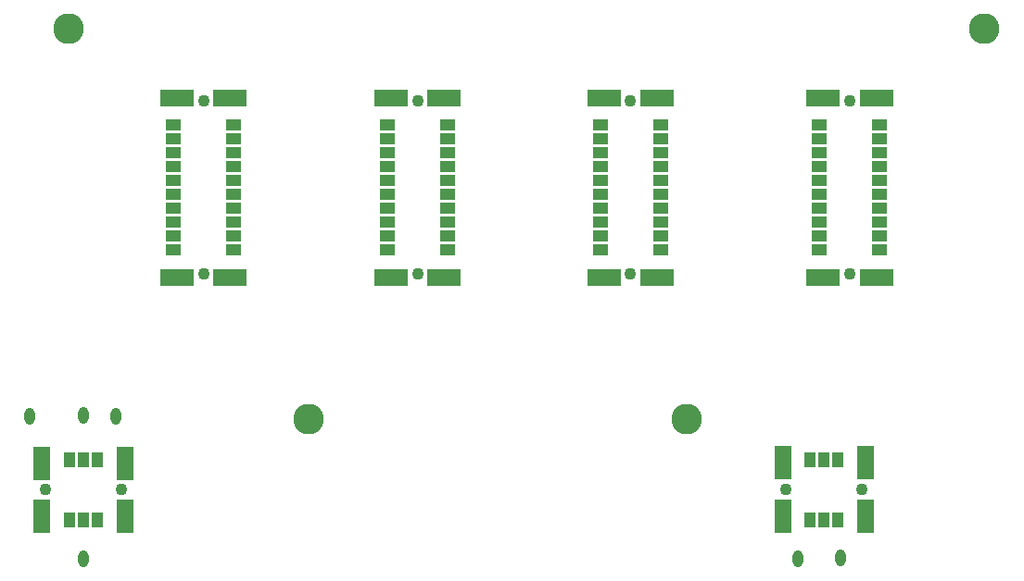
<source format=gts>
G04*
G04 #@! TF.GenerationSoftware,Altium Limited,Altium Designer,20.1.8 (145)*
G04*
G04 Layer_Color=8388736*
%FSAX24Y24*%
%MOIN*%
G70*
G04*
G04 #@! TF.SameCoordinates,11B2BD8A-5282-4B5C-B75C-580E7C91704B*
G04*
G04*
G04 #@! TF.FilePolarity,Negative*
G04*
G01*
G75*
%ADD19O,0.0370X0.0620*%
%ADD20R,0.0553X0.0435*%
%ADD21R,0.1203X0.0592*%
%ADD22R,0.0592X0.1203*%
%ADD23R,0.0435X0.0553*%
%ADD24C,0.0435*%
%ADD25C,0.1104*%
D19*
X004934Y009719D02*
D03*
X006860Y004600D02*
D03*
X006870Y009750D02*
D03*
X008038Y009719D02*
D03*
X032582Y004601D02*
D03*
X034092Y004621D02*
D03*
D20*
X033353Y015717D02*
D03*
Y016217D02*
D03*
Y016717D02*
D03*
Y017217D02*
D03*
Y017717D02*
D03*
Y018217D02*
D03*
Y018717D02*
D03*
Y019217D02*
D03*
Y019717D02*
D03*
Y020217D02*
D03*
X035518Y015717D02*
D03*
Y016217D02*
D03*
Y016717D02*
D03*
Y017217D02*
D03*
Y017717D02*
D03*
Y018217D02*
D03*
Y018717D02*
D03*
Y019217D02*
D03*
Y019717D02*
D03*
Y020217D02*
D03*
X025462Y015717D02*
D03*
Y016217D02*
D03*
Y016717D02*
D03*
Y017217D02*
D03*
Y017717D02*
D03*
Y018217D02*
D03*
Y018717D02*
D03*
Y019217D02*
D03*
Y019717D02*
D03*
Y020217D02*
D03*
X027628Y015717D02*
D03*
Y016217D02*
D03*
Y016717D02*
D03*
Y017217D02*
D03*
Y017717D02*
D03*
Y018217D02*
D03*
Y018717D02*
D03*
Y019217D02*
D03*
Y019717D02*
D03*
Y020217D02*
D03*
X017810Y015717D02*
D03*
Y016217D02*
D03*
Y016717D02*
D03*
Y017217D02*
D03*
Y017717D02*
D03*
Y018217D02*
D03*
Y018717D02*
D03*
Y019217D02*
D03*
Y019717D02*
D03*
Y020217D02*
D03*
X019975Y015717D02*
D03*
Y016217D02*
D03*
Y016717D02*
D03*
Y017217D02*
D03*
Y017717D02*
D03*
Y018217D02*
D03*
Y018717D02*
D03*
Y019217D02*
D03*
Y019717D02*
D03*
Y020217D02*
D03*
X010111Y015717D02*
D03*
Y016217D02*
D03*
Y016717D02*
D03*
Y017217D02*
D03*
Y017717D02*
D03*
Y018217D02*
D03*
Y018717D02*
D03*
Y019217D02*
D03*
Y019717D02*
D03*
Y020217D02*
D03*
X012276Y015717D02*
D03*
Y016217D02*
D03*
Y016717D02*
D03*
Y017217D02*
D03*
Y017717D02*
D03*
Y018217D02*
D03*
Y018717D02*
D03*
Y019217D02*
D03*
Y019717D02*
D03*
Y020217D02*
D03*
D21*
X033481Y014729D02*
D03*
Y021205D02*
D03*
X035390Y014729D02*
D03*
Y021205D02*
D03*
X025590Y014729D02*
D03*
Y021205D02*
D03*
X027500Y014729D02*
D03*
Y021205D02*
D03*
X017938Y014729D02*
D03*
Y021205D02*
D03*
X019847Y014729D02*
D03*
Y021205D02*
D03*
X010239Y014729D02*
D03*
Y021205D02*
D03*
X012148Y014729D02*
D03*
Y021205D02*
D03*
D22*
X032025Y006132D02*
D03*
Y008042D02*
D03*
X035001D02*
D03*
Y006132D02*
D03*
X008358Y008035D02*
D03*
Y006125D02*
D03*
X005382D02*
D03*
Y008035D02*
D03*
D23*
X033013Y008170D02*
D03*
X033513D02*
D03*
X034013D02*
D03*
X033013Y006005D02*
D03*
X033513D02*
D03*
X034013D02*
D03*
X007370Y005997D02*
D03*
X006870D02*
D03*
X006370D02*
D03*
X007370Y008163D02*
D03*
X006870D02*
D03*
X006370D02*
D03*
D24*
X034435Y014847D02*
D03*
Y021087D02*
D03*
X026545Y014847D02*
D03*
Y021087D02*
D03*
X018892Y014847D02*
D03*
Y021087D02*
D03*
X011194Y014847D02*
D03*
Y021087D02*
D03*
X032143Y007087D02*
D03*
X034883D02*
D03*
X008240Y007080D02*
D03*
X005500D02*
D03*
D25*
X039286Y023696D02*
D03*
X006342Y023696D02*
D03*
X028576Y009636D02*
D03*
X014980D02*
D03*
M02*

</source>
